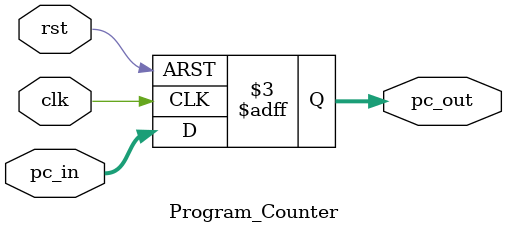
<source format=sv>
module Program_Counter (
   input wire clk,
   input wire rst,
   input wire [31:0] pc_in,
   output reg [31:0] pc_out
);
   always @(negedge clk or negedge rst) begin
       if (!rst)
           pc_out <= 32'b0;
       else
           pc_out <= pc_in;
	end
 endmodule
</source>
